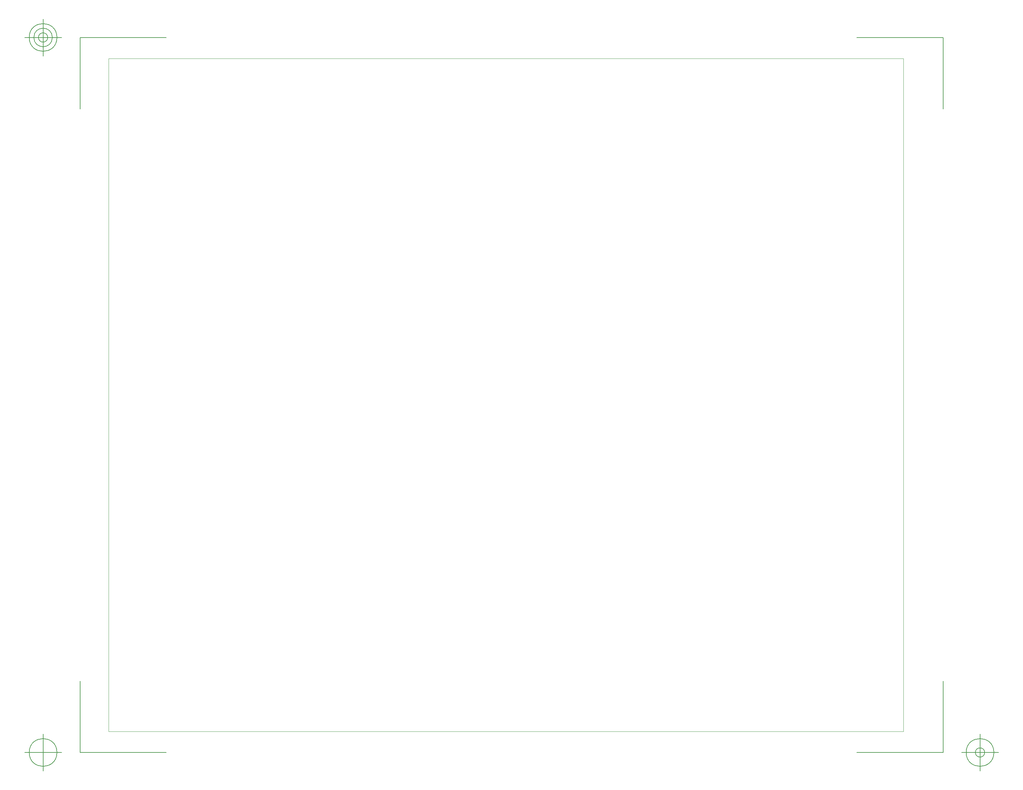
<source format=gbr>
G04 Generated by Ultiboard 13.0 *
%FSLAX34Y34*%
%MOMM*%

%ADD11C,0.1000*%
%ADD12C,0.1270*%


G04 ColorRGB 00FFFF for the following layer *
%LNBoard Outline*%
%LPD*%
G54D10*
G54D11*
X-60000Y-759004D02*
X2090000Y-759004D01*
X2090000Y1060996D01*
X-60000Y1060996D01*
X-60000Y-759004D01*
G54D12*
X-137315Y-815816D02*
X-137315Y-622403D01*
X-137315Y-815816D02*
X96098Y-815816D01*
X2196815Y-815816D02*
X1963402Y-815816D01*
X2196815Y-815816D02*
X2196815Y-622403D01*
X2196815Y1118315D02*
X2196815Y924902D01*
X2196815Y1118315D02*
X1963402Y1118315D01*
X-137315Y1118315D02*
X96098Y1118315D01*
X-137315Y1118315D02*
X-137315Y924902D01*
X-187315Y-815816D02*
X-287315Y-815816D01*
X-237315Y-865816D02*
X-237315Y-765816D01*
X-274815Y-815816D02*
G75*
D01*
G02X-274815Y-815816I37500J0*
G01*
X2246815Y-815816D02*
X2346815Y-815816D01*
X2296815Y-865816D02*
X2296815Y-765816D01*
X2259315Y-815816D02*
G75*
D01*
G02X2259315Y-815816I37500J0*
G01*
X2284315Y-815816D02*
G75*
D01*
G02X2284315Y-815816I12500J0*
G01*
X-187315Y1118315D02*
X-287315Y1118315D01*
X-237315Y1068315D02*
X-237315Y1168315D01*
X-274815Y1118315D02*
G75*
D01*
G02X-274815Y1118315I37500J0*
G01*
X-262315Y1118315D02*
G75*
D01*
G02X-262315Y1118315I25000J0*
G01*
X-249815Y1118315D02*
G75*
D01*
G02X-249815Y1118315I12500J0*
G01*

M02*

</source>
